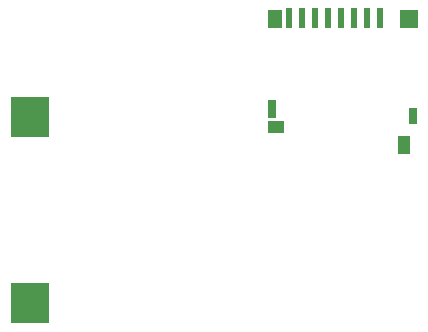
<source format=gbr>
%TF.GenerationSoftware,KiCad,Pcbnew,9.0.2*%
%TF.CreationDate,2025-11-28T15:39:44-05:00*%
%TF.ProjectId,hackathonproject,6861636b-6174-4686-9f6e-70726f6a6563,rev?*%
%TF.SameCoordinates,Original*%
%TF.FileFunction,Paste,Bot*%
%TF.FilePolarity,Positive*%
%FSLAX46Y46*%
G04 Gerber Fmt 4.6, Leading zero omitted, Abs format (unit mm)*
G04 Created by KiCad (PCBNEW 9.0.2) date 2025-11-28 15:39:44*
%MOMM*%
%LPD*%
G01*
G04 APERTURE LIST*
%ADD10R,0.600000X1.750000*%
%ADD11R,1.450000X1.000000*%
%ADD12R,1.000000X1.550000*%
%ADD13R,0.800000X1.500000*%
%ADD14R,0.800000X1.400000*%
%ADD15R,1.500000X1.500000*%
%ADD16R,1.300000X1.500000*%
%ADD17R,3.300000X3.500000*%
G04 APERTURE END LIST*
D10*
%TO.C,Card1*%
X175750000Y-62300000D03*
X174649900Y-62300000D03*
X173550100Y-62300000D03*
X172450000Y-62300000D03*
X171350000Y-62300000D03*
X170249900Y-62300000D03*
X169150100Y-62300000D03*
X168050000Y-62300000D03*
D11*
X166925000Y-71525000D03*
D12*
X177750000Y-73100000D03*
D13*
X166599900Y-70025100D03*
D14*
X178550100Y-70675100D03*
D15*
X178200100Y-62425200D03*
D16*
X166850100Y-62425200D03*
%TD*%
D17*
%TO.C,BT1*%
X146080000Y-86500000D03*
X146080000Y-70700000D03*
%TD*%
M02*

</source>
